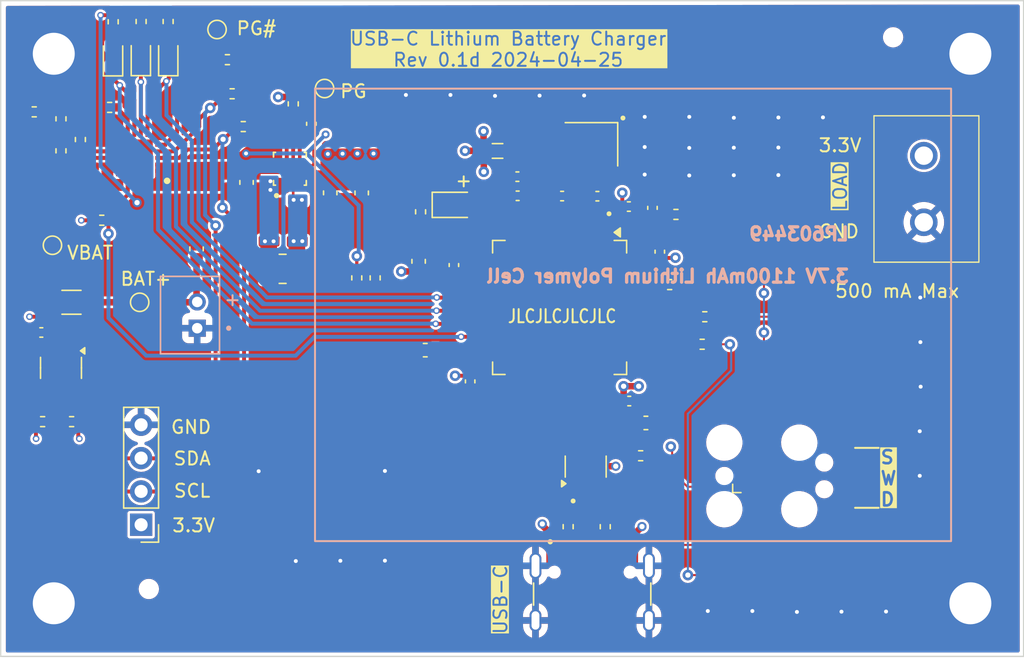
<source format=kicad_pcb>
(kicad_pcb (version 20221018) (generator pcbnew)
  (title_block (date "2024-04-25") (rev "0.1d"))
  (layers (0 "F.Cu" signal) (1 "In1.Cu" mixed) (2 "In2.Cu" mixed) (31 "B.Cu" signal) (34 "B.Paste" user) (35 "F.Paste" user) (36 "B.SilkS" user "B.Silkscreen") (37 "F.SilkS" user "F.Silkscreen") (38 "B.Mask" user) (39 "F.Mask" user) (44 "Edge.Cuts" user))
  (net 0 "")
  (net 1 "VSUPPLY")
  (net 2 "BC_SEL")
  (net 3 "BC_PROG2")
  (net 4 "BC_TE")
  (net 5 "GND")
  (net 6 "BC_PROG3")
  (net 7 "BC_PROG1")
  (net 8 "VBAT")
  (net 9 "BC_CE")
  (net 10 "VBUS")
  (net 11 "NRST")
  (net 12 "Net-(U3-VCAP_1)")
  (net 13 "Net-(U3-VCAP_2)")
  (net 14 "+3V3")
  (net 15 "HSE_IN")
  (net 16 "HSE_OUT")
  (net 17 "+3.3VA")
  (net 18 "Net-(D1-K)")
  (net 19 "Net-(D4-A)")
  (net 20 "STATUS_LED")
  (net 21 "Net-(D2-A)")
  (net 22 "Net-(D3-A)")
  (net 25 "/SWDIO_IO")
  (net 26 "/SWCLK_IO")
  (net 27 "/SWO_IO")
  (net 30 "USB_CC1")
  (net 31 "USB_D+")
  (net 32 "USB_D-")
  (net 33 "/NRST_IO")
  (net 34 "USB_CC2")
  (net 35 "SWDIO")
  (net 36 "SWCLK")
  (net 37 "SWO")
  (net 38 "BOOT0")
  (net 49 "unconnected-(U3-PC4-Pad24)")
  (net 59 "BM_SDA")
  (net 60 "BM_SCL")
  (net 73 "USB_CONN_D+")
  (net 74 "USB_CONN_D-")
  (net 75 "/BC_PG#")
  (net 76 "/BC_STAT_2")
  (net 77 "/BC_STAT_1")
  (net 78 "Net-(BT1-THERM)")
  (net 79 "/HR_PG")
  (net 80 "/HR_SS")
  (net 81 "/HR_L1")
  (net 82 "/HR_L2")
  (net 83 "VBAT_CN")
  (net 84 "/SUPPLY_MON")
  (net 85 "Net-(R28-Pad1)")
  (net 86 "Net-(R28-Pad2)")
  (footprint "Resistor_SMD:R_0402_1005Metric" (layer "F.Cu") (at 152.01 99.65 180)
    (fp_text reference "R17" hide)
    (fp_text value "10k" hide)
  )
  (footprint "Inductor_SMD:L_0805_2012Metric" (layer "F.Cu") (at 138.8875 89.46)
    (fp_text reference "FB1" hide)
    (fp_text value "600Ω@100MHz" hide)
  )
  (footprint "Capacitor_SMD:C_0603_1608Metric" (layer "F.Cu") (at 150.2 110.2)
    (fp_text reference "C17" hide)
    (fp_text value "2u2" hide)
  )
  (footprint "Capacitor_SMD:C_0603_1608Metric" (layer "F.Cu") (at 133.375 104.65 180)
    (fp_text reference "C16" hide)
    (fp_text value "2u2" hide)
  )
  (footprint "Resistor_SMD:R_0402_1005Metric" (layer "F.Cu") (at 103.56 86.48 180)
    (fp_text reference "R29" hide)
    (fp_text value "330" hide)
  )
  (footprint "Package_TO_SOT_SMD:SOT-23-8" (layer "F.Cu") (at 105.6 106 -90)
    (fp_text reference "U4" hide)
    (fp_text value "INA219AIDCNR" hide)
  )
  (footprint "Crystal:Crystal_SMD_3225-4Pin_3.2x2.5mm" (layer "F.Cu") (at 146.05 88.95 180)
    (fp_text reference "Y1" hide)
    (fp_text value "16MHz" hide)
  )
  (footprint "Capacitor_SMD:C_0402_1005Metric" (layer "F.Cu") (at 140.4 91.42)
    (fp_text reference "C14" hide)
    (fp_text value "1u" hide)
  )
  (footprint "Resistor_SMD:R_0402_1005Metric" (layer "F.Cu") (at 144.272 118.108 90)
    (fp_text reference "R1" hide)
    (fp_text value "5.1k 1%" hide)
  )
  (footprint "Capacitor_SMD:C_0402_1005Metric" (layer "F.Cu") (at 151.26 97.14 90)
    (fp_text reference "C9" hide)
    (fp_text value "100n" hide)
  )
  (footprint "Resistor_SMD:R_0402_1005Metric" (layer "F.Cu") (at 108.71 94.742 180)
    (fp_text reference "R8" hide)
    (fp_text value "10k" hide)
  )
  (footprint "MountingHole:MountingHole_3.2mm_M3_DIN965_Pad_TopBottom" (layer "F.Cu") (at 174.94 123.95)
    (fp_text reference "H6" hide)
    (fp_text value "MountingHole_Pad" hide)
  )
  (footprint "LED_SMD:LED_0603_1608Metric" (layer "F.Cu") (at 113.78 82.24 90)
    (fp_text reference "D2" hide)
    (fp_text value "RED" hide)
  )
  (footprint "Capacitor_SMD:C_0402_1005Metric" (layer "F.Cu") (at 136.8 107.03 -90)
    (fp_text reference "C6" hide)
    (fp_text value "100n" hide)
  )
  (footprint "Capacitor_SMD:C_0402_1005Metric" (layer "F.Cu") (at 143.81 92.9 180)
    (fp_text reference "C13" hide)
    (fp_text value "12p" hide)
  )
  (footprint "Resistor_SMD:R_0402_1005Metric" (layer "F.Cu") (at 105.6 89.45 90)
    (fp_text reference "R9" hide)
    (fp_text value "1k" hide)
  )
  (footprint "LED_SMD:LED_0805_2012Metric" (layer "F.Cu") (at 135.59 93.57)
    (fp_text reference "D1" hide)
    (fp_text value "Emerald" hide)
  )
  (footprint "Capacitor_SMD:C_0603_1608Metric" (layer "F.Cu") (at 132.87 97.875 90)
    (fp_text reference "C5" hide)
    (fp_text value "4u7" hide)
  )
  (footprint "Capacitor_SMD:C_0402_1005Metric" (layer "F.Cu") (at 140.42 92.88)
    (fp_text reference "C15" hide)
    (fp_text value "10n" hide)
  )
  (footprint "TestPoint:TestPoint_Pad_D1.0mm" (layer "F.Cu") (at 104.95 96.65)
    (fp_text reference "TP1" hide)
    (fp_text value "VBAT" hide)
  )
  (footprint "TMX:JLC Tooling Hole" (layer "F.Cu") (at 169.05 83.333)
    (fp_text reference "H4" hide)
    (fp_text value "Tooling Hole" hide)
  )
  (footprint "TMX:QFN50P250X250X100-12N" (layer "F.Cu") (at 123.055 90.82 90)
    (fp_text reference "U2" hide)
    (fp_text value "TPS63051RMWR" hide)
  )
  (footprint "TMX:1760510000" (layer "F.Cu") (at 171.39 94.9 90)
    (fp_text reference "J4")
    (fp_text value "Load" hide)
  )
  (footprint "Resistor_SMD:R_0402_1005Metric" (layer "F.Cu") (at 133.02 94.1 90)
    (fp_text reference "R16" hide)
    (fp_text value "1k" hide)
  )
  (footprint "MountingHole:MountingHole_3.2mm_M3_DIN965_Pad_TopBottom" (layer "F.Cu") (at 174.94 82.05)
    (fp_text reference "H2" hide)
    (fp_text value "MountingHole_Pad" hide)
  )
  (footprint "TMX:JLC Tooling Hole" (layer "F.Cu") (at 112.298 125.4)
    (fp_text reference "H1" hide)
    (fp_text value "Tooling Hole" hide)
  )
  (footprint "Capacitor_SMD:C_0603_1608Metric" (layer "F.Cu") (at 119.75 91.86 -90)
    (fp_text reference "C1" hide)
    (fp_text value "10u" hide)
  )
  (footprint "TestPoint:TestPoint_Pad_D1.0mm" (layer "F.Cu") (at 111.6 101)
    (fp_text reference "TP2" hide)
    (fp_text value "VBAT_CN" hide)
  )
  (footprint "Resistor_SMD:R_0402_1005Metric" (layer "F.Cu") (at 104.2 110.1)
    (fp_text reference "R22" hide)
    (fp_text value "3.3k" hide)
  )
  (footprint "Package_QFP:LQFP-64_10x10mm_P0.5mm" (layer "F.Cu") (at 143.62 101.395 -90)
    (fp_text reference "U3" hide)
    (fp_text value "STM32F405RGT6" hide)
  )
  (footprint "LED_SMD:LED_0603_1608Metric" (layer "F.Cu") (at 109.57 82.2525 90)
    (fp_text reference "D4" hide)
    (fp_text value "RED" hide)
  )
  (footprint "Resistor_SMD:R_0402_1005Metric" (layer "F.Cu") (at 129.555 99.14 90)
    (fp_text reference "R24" hide)
    (fp_text value "20k" hide)
  )
  (footprint "MountingHole:MountingHole_3.2mm_M3_DIN965_Pad_TopBottom" (layer "F.Cu") (at 105.05 82.05)
    (fp_text reference "H5" hide)
    (fp_text value "MountingHole_Pad" hide)
  )
  (footprint "Package_TO_SOT_SMD:SOT-23-6" (layer "F.Cu") (at 145.61 113.528749 90)
    (fp_text reference "U1" hide)
    (fp_text value "USBLC6-2SC6" hide)
  )
  (footprint "TestPoint:TestPoint_Pad_D1.0mm" (layer "F.Cu") (at 117.5 80.2)
    (fp_text reference "TP4" hide)
    (fp_text value "BC_PG" hide)
  )
  (footprint "Resistor_SMD:R_0402_1005Metric" (layer "F.Cu") (at 119.5 87.6)
    (fp_text reference "R14" hide)
    (fp_text value "10k" hide)
  )
  (footprint "Capacitor_SMD:C_0402_1005Metric" (layer "F.Cu") (at 124.69 87.39 -90)
    (fp_text reference "C4" hide)
    (fp_text value "1.3nF" hide)
  )
  (footprint "MountingHole:MountingHole_3.2mm_M3_DIN965_Pad_TopBottom" (layer "F.Cu") (at 105.05 123.95)
    (fp_text reference "H3" hide)
    (fp_text value "MountingHole_Pad" hide)
  )
  (footprint "Connector_PinHeader_2.54mm:PinHeader_1x04_P2.54mm_Vertical" (layer "F.Cu") (at 111.71 117.96 180)
    (fp_text reference "J5")
    (fp_text value "Conn_01x04")
  )
  (footprint "Resistor_SMD:R_0402_1005Metric" (layer "F.Cu") (at 106.41 110.1 180)
    (fp_text reference "R18" hide)
    (fp_text value "3.3k" hide)
  )
  (footprint "Resistor_SMD:R_0402_1005Metric" (layer "F.Cu") (at 154.69 102.1)
    (fp_text reference "R6" hide)
    (fp_text value "22" hide)
  )
  (footprint "Resistor_SMD:R_0402_1005Metric" (layer "F.Cu") (at 118.65 85.1)
    (fp_text reference "R10" hide)
    (fp_text value "10k" hide)
  )
  (footprint "TestPoint:TestPoint_Pad_D1.0mm" (layer "F.Cu") (at 125.7 84.7)
    (fp_text reference "TP3" hide)
    (fp_text value "HR_PG" hide)
  )
  (footprint "Capacitor_SMD:C_0402_1005Metric" (layer "F.Cu") (at 148.9 93.7)
    (fp_text reference "C8" hide)
    (fp_text value "100n" hide)
  )
  (footprint "Resistor_SMD:R_0402_1005Metric" (layer "F.Cu") (at 123.31 85.87 -90)
    (fp_text reference "R2" hide)
    (fp_text value "100k" hide)
  )
  (footprint "TMX:QFN50P400X400X100-21M-D" (layer "F.Cu") (at 111.19 89.99 180)
    (fp_text reference "BT1" hide)
    (fp_text value "MCP73871T-2CCI/ML" hide)
  )
  (footprint "Resistor_SMD:R_0402_1005Metric" (layer "F.Cu") (at 109.58 79.61 90)
    (fp_text reference "R21" hide)
    (fp_text value "1k" hide)
  )
  (footprint "Resistor_SMD:R_0402_1005Metric" (layer "F.Cu") (at 118.29 82.5)
    (fp_text reference "R11" hide)
    (fp_text value "10k" hide)
  )
  (footprint "TMX:HRO_TYPE-C-31-M-12" (layer "F.Cu") (at 146.105 125.26)
    (fp_text reference "J1" hide)
    (fp_text value "TYPE-C-31-M-12" hide)
  )
  (footprint "Capacitor_SMD:C_0402_1005Metric" (layer "F.Cu") (at 146.5 92.91)
    (fp_text reference "C12" hide)
    (fp_text value "12p" hide)
  )
  (footprint "Resistor_SMD:R_1206_3216Metric" (layer "F.Cu") (at 106.4 101 180)
    (fp_text reference "R12" hide)
    (fp_text value "100m" hide)
  )
  (footprint "Resistor_SMD:R_0402_1005Metric" (layer "F.Cu") (at 105.6 87.01 90)
    (fp_text reference "R28" hide)
    (fp_text value "510" hide)
  )
  (footprint "Resistor_SMD:R_0402_1005Metric" (layer "F.Cu") (at 113.77 79.59 90)
    (fp_text reference "R19" hide)
    (fp_text value "1k" hide)
  )
  (footprint "Resistor_SMD:R_0402_1005Metric" (layer "F.Cu") (at 147.1 118.11 90)
    (fp_text reference "R3" hide)
    (fp_text value "5.1k 1%" hide)
  )
  (footprint "Resistor_SMD:R_0402_1005Metric" (layer "F.Cu") (at 154.49 104.2)
    (fp_text reference "R5" hide)
    (fp_text value "22" hide)
  )
  (footprint "Resistor_SMD:R_0402_1005Metric" (layer "F.Cu") (at 107.08 88.59 90)
    (fp_text reference "R13" hide)
    (fp_text value "47k" hide)
  )
  (footprint "Resistor_SMD:R_0402_1005Metric" (layer "F.Cu") (at 149.8 112.7)
    (fp_text reference "R4" hide)
    (fp_text value "22" hide)
  )
  (footprint "Capacitor_SMD:C_0402_1005Metric" (layer "F.Cu") (at 135.56 98.16 90)
    (fp_text reference "C10" hide)
    (fp_text value "100n" hide)
  )
  (footprint "Inductor_SMD:L_1008_2520Metric" (layer "F.Cu") (at 122.5 98.45)
    (fp_text reference "L1" hide)
    (fp_text value "1.5uH" hide)
  )
  (footprint "Capacitor_SMD:C_0402_1005Metric" (layer "F.Cu") (at 150.7 93.8 90)
    (fp_text reference "C11" hide)
    (fp_text value "100n" hide)
  )
  (footprint "Capacitor_SMD:C_0603_1608Metric" (layer "F.Cu") (at 115.9375 96.925 90)
    (fp_text reference "C18" hide)
    (fp_text value "4u7" hide)
  )
  (footprint "Capacitor_SMD:C_0603_1608Metric" (layer "F.Cu") (at 126.13 92.655 -90)
    (fp_text reference "C2" hide)
    (fp_text value "10u" hide)
  )
  (footprint "Connector:Tag-Connect_TC2050-IDC-FP_2x05_P1.27mm_Vertical" (layer "F.Cu") (at 159.99 114.24)
    (fp_text reference "J2" hide)
    (fp_text value "TC2050-IDC-FP" hide)
  )
  (footprint "Resistor_SMD:R_0402_1005Metric" (layer "F.Cu") (at 111.71 79.59 90)
    (fp_text reference "R20" hide)
    (fp_text value "1k" hide)
  )
  (footprint "LED_SMD:LED_0603_1608Metric" (layer "F.Cu") (at 111.69 82.2325 90)
    (fp_text reference "D3" hide)
    (fp_text value "RED" hide)
  )
  (footprint "Capacitor_SMD:C_0603_1608Metric" (layer "F.Cu") (at 128.53 92.66 -90)
    (fp_text reference "C3" hide)
    (fp_text value "10u" hide)
  )
  (footprint "Resistor_SMD:R_0402_1005Metric" (layer "F.Cu") (at 128.155 99.14 -90)
    (fp_text reference "R23" hide)
    (fp_text value "10k" hide)
  )
  (footprint "Resistor_SMD:R_0402_1005Metric" (layer "F.Cu") (at 152.49 94.3)
    (fp_text reference "R7" hide)
    (fp_text value "22" hide)
  )
  (footprint "Capacitor_SMD:C_0402_1005Metric" (layer "F.Cu") (at 104.1 103.3)
    (fp_text reference "C19" hide)
    (fp_text value "100n" hide)
  )
  (footprint "Capacitor_SMD:C_0402_1005Metric" (layer "F.Cu") (at 148.93 108.53)
    (fp_text reference "C7" hide)
    (fp_text value "100n" hide)
  )
  (footprint "Resistor_SMD:R_0402_1005Metric" (layer "F.Cu") (at 109.31 86.14 180)
    (fp_text reference "R15" hide)
    (fp_text value "10k" hide)
  )
  (footprint "TMX:JST_B2B-PH-K-S_LF__SN_" (layer "B.Cu") (at 115.4375 101.975 -90)
    (fp_text reference "J3" hide)
    (fp_text value "B2B-PH-K-S_LF__SN_" hide)
  )
  (gr_rect (start 124.97 84.71) (end 173.47 119.21) (stroke (width 0.15)) (fill none) (layer "B.SilkS"))
  (gr_line (start 167.94 116.67) (end 166.15 116.67) (stroke (width 0.15)) (layer "F.SilkS"))
  (gr_circle (center 148.45 86.95) (end 148.560711 86.95) (stroke (width 0.15)) (fill solid) (layer "F.SilkS"))
  (gr_line (start 167.94 112.1) (end 166.15 112.1) (stroke (width 0.15)) (layer "F.SilkS"))
  (gr_circle (center 144.65 116.15) (end 144.760711 116.15) (stroke (width 0.15)) (fill solid) (layer "F.SilkS"))
  (gr_circle (center 147.389289 94.25) (end 147.5 94.25) (stroke (width 0.15)) (fill solid) (layer "F.SilkS"))
  (gr_rect (start 101 78) (end 179 128) (stroke (width 0.1)) (fill none) (layer "Edge.Cuts"))
  (gr_text "LP603449\n\n3.7V 1100mAh Lithium Polymer Cell" (at 165.8 99.6) (layer "B.SilkS") (effects (font (size 1 1) (thickness 0.25) bold) (justify left bottom mirror)))
  (gr_text "+" (at 119.4 101.35) (layer "B.SilkS") (effects (font (size 1 1)) (justify left bottom mirror)))
  (gr_text "PG" (at 126.8 85.5) (layer "F.SilkS") (effects (font (size 1 1)) (justify left bottom)))
  (gr_text "VBAT" (at 105.98 97.81) (layer "F.SilkS") (effects (font (size 1 1)) (justify left bottom)))
  (gr_text "BAT+" (at 110.05 99.8) (layer "F.SilkS") (effects (font (size 1 1)) (justify left bottom)))
  (gr_text "+" (at 135.59 92.29) (layer "F.SilkS") (effects (font (size 1 1)) (justify left bottom)))
  (gr_text "PG#" (at 118.9 80.7) (layer "F.SilkS") (effects (font (size 1 1)) (justify left bottom)))
  (gr_text "SCL" (at 114.12 115.96) (layer "F.SilkS") (effects (font (size 1 1)) (justify left bottom)))
  (gr_text "JLCJLCJLCJLC" (at 139.6 102.65) (layer "F.SilkS") (effects (font (size 1 0.8)) (justify left bottom)))
  (gr_text "USB-C Lithium Battery Charger\nRev ${REVISION} ${ISSUE_DATE}" (at 139.7 83.1) (layer "F.SilkS" knockout) (effects (font (size 1 1)) (justify bottom)))
  (gr_text " \nS\nW\nD\n \n\n" (at 167.995 115.23) (layer "F.SilkS" knockout) (effects (font (size 1 1) (thickness 0.2) bold) (justify left)))
  (gr_text "SDA" (at 114.1 113.5) (layer "F.SilkS") (effects (font (size 1 1)) (justify left bottom)))
  (gr_text "3.3V" (at 163.29 89.62) (layer "F.SilkS") (effects (font (size 1 1)) (justify left bottom)))
  (gr_text "USB-C" (at 139.7 126.4 90) (layer "F.SilkS" knockout) (effects (font (size 1 1)) (justify left bottom)))
  (gr_text "500 mA Max\n" (at 164.54 100.73) (layer "F.SilkS") (effects (font (size 1 1)) (justify left bottom)))
  (gr_text "GND" (at 163.29 96.18) (layer "F.SilkS") (effects (font (size 1 1)) (justify left bottom)))
  (gr_text "LOAD" (at 165.6 94.13 90) (layer "F.SilkS" knockout) (effects (font (size 1 1)) (justify left bottom)))
  (gr_text "GND" (at 113.9 111.1) (layer "F.SilkS") (effects (font (size 1 1)) (justify left bottom)))
  (gr_text "3.3V" (at 114 118.6) (layer "F.SilkS") (effects (font (size 1 1)) (justify left bottom)))
  (segment (start 124.24 90.57) (end 124.79 90.57) (width 0.2) (layer "F.Cu") (net 1))
  (segment (start 124.86 89.11) (end 125.77 88.2) (width 0.2) (layer "F.Cu") (net 1))
  (segment (start 128.155 98.63) (end 128.155 97.485) (width 0.25) (layer "F.Cu") (net 1))
  (segment (start 124.79 90.57) (end 124.86 90.5) (width 0.2) (layer "F.Cu") (net 1))
  (segment (start 128.155 97.485) (end 128.16 97.48) (width 0.25) (layer "F.Cu") (net 1))
  (segment (start 125.78 88.19) (end 125.75 88.22) (width 0.2) (layer "F.Cu") (net 1))
  (segment (start 125.77 88.2) (end 125.78 88.2) (width 0.2) (layer "F.Cu") (net 1))
  (segment (start 124.86 90.5) (end 124.86 89.11) (width 0.2) (layer "F.Cu") (net 1))
  (segment (start 125.78 88.2) (end 125.78 88.19) (width 0.2) (layer "F.Cu") (net 1))
  (via (at 128.16 97.48) (size 0.8) (drill 0.4) (layers "F.Cu" "B.Cu") (net 1))
  (via (at 125.78 88.2) (size 0.6) (drill 0.3) (layers "F.Cu" "B.Cu") (net 1))
  (via (at 119.71 89.65) (size 0.6) (drill 0.3) (layers "F.Cu" "B.Cu") (net 1))
  (segment (start 128.3 93.62) (end 124.33 89.65) (width 0.3) (layer "B.Cu") (net 1))
  (segment (start 124.33 89.65) (end 125.78 88.2) (width 0.3) (layer "B.Cu") (net 1))
  (segment (start 128.3 93.62) (end 128.3 97.34) (width 0.3) (layer "B.Cu") (net 1))
  (segment (start 119.71 89.65) (end 124.33 89.65) (width 0.3) (layer "B.Cu") (net 1))
  (segment (start 128.3 97.34) (end 128.16 97.48) (width 0.3) (layer "B.Cu") (net 1))
  (segment (start 119.69 89.65) (end 119.71 89.65) (width 0.3) (layer "B.Cu") (net 1))
  (segment (start 139.87 107.96) (end 138.05 109.78) (width 0.3) (layer "F.Cu") (net 2))
  (segment (start 118.01 88.52) (end 117.96 88.57) (width 0.3) (layer "F.Cu") (net 2))
  (segment (start 115.25 89.35) (end 117.18 89.35) (width 0.3) (layer "F.Cu") (net 2))
  (segment (start 118.02 88.57) (end 118.99 87.6) (width 0.3) (layer "F.Cu") (net 2))
  (segment (start 139.87 107.07) (end 139.87 107.96) (width 0.3) (layer "F.Cu") (net 2))
  (segment (start 119.56 95.43) (end 117.91 93.78) (width 0.3) (layer "F.Cu") (net 2))
  (segment (start 117.96 88.57) (end 118.02 88.57) (width 0.3) (layer "F.Cu") (net 2))
  (segment (start 121.91 109.78) (end 119.56 107.43) (width 0.3) (layer "F.Cu") (net 2))
  (segment (start 119.56 107.43) (end 119.56 95.43) (width 0.3) (layer "F.Cu") (net 2))
  (segment (start 117.18 89.35) (end 117.96 88.57) (width 0.3) (layer "F.Cu") (net 2))
  (segment (start 114.61 89.99) (end 115.25 89.35) (width 0.3) (layer "F.Cu") (net 2))
  (segment (start 138.05 109.78) (end 121.91 109.78) (width 0.3) (layer "F.Cu") (net 2))
  (segment (start 113.24 89.99) (end 114.61 89.99) (width 0.3) (layer "F.Cu") (net 2))
  (via (at 117.96 88.57) (size 0.8) (drill 0.4) (layers "F.Cu" "B.Cu") (net 2))
  (via (at 117.91 93.78) (size 0.8) (drill 0.4) (layers "F.Cu" "B.Cu") (net 2))
  (segment (start 117.91 93.78) (end 117.91 88.57) (width 0.3) (layer "B.Cu") (net 2))
  (segment (start 140.87 107.07) (end 140.87 108.3) (width 0.3) (layer "F.Cu") (net 3))
  (segment (start 120.4 111.47) (end 117.39 108.46) (width 0.3) (layer "F.Cu") (net 3))
  (segment (start 116.14 87.02) (end 116.98 86.18) (width 0.3) (layer "F.Cu") (net 3))
  (segment (start 113.24 89.49) (end 114.25 89.49) (width 0.3) (layer "F.Cu") (net 3))
  (segment (start 117.39 108.46) (end 117.39 95.15) (width 0.3) (layer "F.Cu") (net 3))
  (segment (start 117.06 86.18) (end 118.14 85.1) (width 0.3) (layer "F.Cu") (net 3))
  (segment (start 140.87 108.3) (end 137.7 111.47) (width 0.3) (layer "F.Cu") (net 3))
  (segment (start 137.7 111.47) (end 121.28 111.47) (width 0.3) (layer "F.Cu") (net 3))
  (segment (start 116.14 87.6) (end 116.14 87.02) (width 0.3) (layer "F.Cu") (net 3))
  (segment (start 116.98 86.18) (end 117.06 86.18) (width 0.3) (layer "F.Cu") (net 3))
  (segment (start 114.25 89.49) (end 116.14 87.6) (width 0.3) (layer "F.Cu") (net 3))
  (segment (start 121.28 111.47) (end 120.4 111.47) (width 0.3) (layer "F.Cu") (net 3))
  (via (at 117.39 95.15) (size 0.8) (drill 0.4) (layers "F.Cu" "B.Cu") (net 3))
  (via (at 116.98 86.18) (size 0.8) (drill 0.4) (layers "F.Cu" "B.Cu") (net 3))
  (segment (start 116.59 94.35) (end 116.59 86.57) (width 0.3) (layer "B.Cu") (net 3))
  (segment (start 116.59 86.57) (end 116.98 86.18) (width 0.3) (layer "B.Cu") (net 3))
  (segment (start 117.39 95.15) (end 116.59 94.35) (width 0.3) (layer "B.Cu") (net 3))
  (segment (start 110.69 87.94) (end 110.69 87.01) (width 0.3) (layer "F.Cu") (net 4))
  (segment (start 110.69 87.01) (end 109.82 86.14) (width 0.3) (layer "F.Cu") (net 4))
  (via (at 130.3 113.86) (size 0.5) (drill 0.3) (layers "F.Cu" "B.Cu") (net 5))
  (via (at 171.15 107.435) (size 0.5) (drill 0.3) (layers "F.Cu" "B.Cu") (net 5))
  (via (at 150.1075 91.26) (size 0.5) (drill 0.3) (layers "F.Cu" "B.Cu") (net 5))
  (via (at 120.6725 113.88) (size 0.5) (drill 0.3) (layers "F.Cu" "B.Cu") (net 5))
  (via (at 153.505 89.23) (size 0.5) (drill 0.3) (layers "F.Cu" "B.Cu") (net 5))
  (via (at 131.9 85.19) (size 0.5) (drill 0.3) (layers "F.Cu" "B.Cu") (net 5))
  (via (at 138.695 85.26) (size 0.5) (drill 0.3) (layers "F.Cu" "B.Cu") (net 5))
  (via (at 145.49 85.23) (size 0.5) (drill 0.3) (layers "F.Cu" "B.Cu") (net 5))
  (via (at 150.11 86.86) (size 0.5) (drill 0.3) (layers "F.Cu" "B.Cu") (net 5))
  (via (at 153.505 91.33) (size 0.5) (drill 0.3) (layers "F.Cu" "B.Cu") (net 5))
  (via (at 153.5075 86.86) (size 0.5) (drill 0.3) (layers "F.Cu" "B.Cu") (net 5))
  (via (at 158.3175 124.54) (size 0.5) (drill 0.3) (layers "F.Cu" "B.Cu") (net 5))
  (via (at 163.7 86.9) (size 0.5) (drill 0.3) (layers "F.Cu" "B.Cu") (net 5))
  (via (at 156.9025 91.31) (size 0.5) (drill 0.3) (layers "F.Cu" "B.Cu") (net 5))
  (via (at 171.13 104.0375) (size 0.5) (drill 0.3) (layers "F.Cu" "B.Cu") (net 5))
  (via (at 123.505 120.73) (size 0.5) (drill 0.3) (layers "F.Cu" "B.Cu") (net 5))
  (via (at 156.9025 89.21) (size 0.5) (drill 0.3) (layers "F.Cu" "B.Cu") (net 5))
  (via (at 156.905 86.93) (size 0.5) (drill 0.3) (layers "F.Cu" "B.Cu") (net 5))
  (via (at 150.1075 89.16) (size 0.5) (drill 0.3) (layers "F.Cu" "B.Cu") (net 5))
  (via (at 154.92 124.54) (size 0.5) (drill 0.3) (layers "F.Cu" "B.Cu") (net 5))
  (via (at 160.3025 86.91) (size 0.5) (drill 0.3) (layers "F.Cu" "B.Cu") (net 5))
  (via (at 161.715 124.61) (size 0.5) (drill 0.3) (layers "F.Cu" "B.Cu") (net 5))
  (via (at 126.9025 120.71) (size 0.5) (drill 0.3) (layers "F.Cu" "B.Cu") (net 5))
  (via (at 171.08 110.8325) (size 0.5) (drill 0.3) (layers "F.Cu" "B.Cu") (net 5))
  (via (at 171.08 114.23) (size 0.5) (drill 0.3) (layers "F.Cu" "B.Cu") (net 5))
  (via (at 168.51 124.58) (size 0.5) (drill 0.3) (layers "F.Cu" "B.Cu") (net 5))
  (via (at 171.12 100.64) (size 0.5) (drill 0.3) (layers "F.Cu" "B.Cu") (net 5))
  (via (at 130.3 120.7) (size 0.5) (drill 0.3) (layers "F.Cu" "B.Cu") (net 5))
  (via (at 165.1125 124.59) (size 0.5) (drill 0.3) (layers "F.Cu" "B.Cu") (net 5))
  (via (at 135.2975 85.19) (size 0.5) (drill 0.3) (layers "F.Cu" "B.Cu") (net 5))
  (via (at 160.3 89.2) (size 0.5) (drill 0.3) (layers "F.Cu" "B.Cu") (net 5))
  (via (at 160.3 91.3) (size 0.5) (drill 0.3) (layers "F.Cu" "B.Cu") (net 5))
  (via (at 142.0925 85.24) (size 0.5) (drill 0.3) (layers "F.Cu" "B.Cu") (net 5))
  (segment (start 107.08 89.1) (end 107.47 89.49) (width 0.3) (layer "F.Cu") (net 6))
  (segment (start 107.47 89.49) (end 109.14 89.49) (width 0.3) (layer "F.Cu") (net 6))
  (segment (start 105.6 89.96) (end 105.63 89.99) (width 0.3) (layer "F.Cu") (net 7))
  (segment (start 105.63 89.99) (end 109.14 89.99) (width 0.3) (layer "F.Cu") (net 7))
  (segment (start 104.9375 101) (end 104.9375 92.9625) (width 0.5) (layer "F.Cu") (net 8))
  (segment (start 104.9375 101) (end 105.725 101) (width 0.15) (layer "F.Cu") (net 8))
  (segment (start 106.85 92.05) (end 106.8 92) (width 0.3) (layer "F.Cu") (net 8))
  (segment (start 104.9375 92.9625) (end 105.85 92.05) (width 0.5) (layer "F.Cu") (net 8))
  (segment (start 110.19 92.04) (end 110.19 92.31) (width 0.3) (layer "F.Cu") (net 8))
  (segment (start 105.85 92.05) (end 106.85 92.05) (width 0.5) (layer "F.Cu") (net 8))
  (segment (start 105.925 101.2) (end 105.925 104.8625) (width 0.15) (layer "F.Cu") (net 8))
  (segment (start 105.725 101) (end 105.925 101.2) (width 0.15) (layer "F.Cu") (net 8))
  (segment (start 137.93 103.63) (end 137.945 103.645) (width 0.3) (layer "F.Cu") (net 9))
  (segment (start 109.22 94.742) (end 109.22 95.77) (width 0.3) (layer "F.Cu") (net 9))
  (segment (start 110.69 92.8) (end 109.22 94.27) (width 0.3) (layer "F.Cu") (net 9))
  (segment (start 109.22 94.27) (end 109.22 94.742) (width 0.3) (layer "F.Cu") (net 9))
  (segment (start 136.11 103.63) (end 137.93 103.63) (width 0.3) (layer "F.Cu") (net 9))
  (segment (start 110.69 92.04) (end 110.69 92.8) (width 0.3) (layer "F.Cu") (net 9))
  (via (at 136.11 103.63) (size 0.5) (drill 0.3) (layers "F.Cu" "B.Cu") (net 9))
  (via (at 109.22 95.77) (size 0.8) (drill 0.4) (layers "F.Cu" "B.Cu") (net 9))
  (segment (start 112.1 105.07) (end 123.49 105.07) (width 0.3) (layer "B.Cu") (net 9))
  (segment (start 109.22 102.19) (end 112.1 105.07) (width 0.3) (layer "B.Cu") (net 9))
  (segment (start 124.92 103.64) (end 124.97 103.64) (width 0.3) (layer "B.Cu") (net 9))
  (segment (start 135.86 103.64) (end 136.11 103.63) (width 0.3) (layer "B.Cu") (net 9))
  (segment (start 109.22 95.77) (end 109.22 102.19) (width 0.3) (layer "B.Cu") (net 9))
  (segment (start 123.49 105.07) (end 124.92 103.64) (width 0.3) (layer "B.Cu") (net 9))
  (segment (start 124.97 103.64) (end 135.86 103.64) (width 0.3) (layer "B.Cu") (net 9))
  (segment (start 124.91 103.64) (end 124.97 103.64) (width 0.3) (layer "B.Cu") (net 9))
  (segment (start 136.11 103.63) (end 135.88 103.64) (width 0.3) (layer "B.Cu") (net 9))
  (segment (start 135.88 103.64) (end 135.87 103.64) (width 0.3) (layer "B.Cu") (net 9))
  (segment (start 145.61 112.391249) (end 145.61 113.053748) (width 0.5) (layer "F.Cu") (net 10))
  (segment (start 146.056252 113.5) (end 145.61 113.053748) (width 0.5) (layer "F.Cu") (net 10))
  (segment (start 108.62 79.11) (end 109.57 79.11) (width 0.3) (layer "F.Cu") (net 10))
  (segment (start 149.9 118.1) (end 149.905 118.095) (width 0.5) (layer "F.Cu") (net 10))
  (segment (start 148.5 120.595) (end 148.5 119.5) (width 0.5) (layer "F.Cu") (net 10))
  (segment (start 109.57 79.1) (end 109.56 79.11) (width 0.3) (layer "F.Cu") (net 10))
  (segment (start 111.4 93.4) (end 111.29 93.4) (width 0.3) (layer "F.Cu") (net 10))
  (segment (start 109.58 79.1) (end 109.57 79.1) (width 0.3) (layer "F.Cu") (net 10))
  (segment (start 148.5 119.5) (end 149.9 118.1) (width 0.5) (layer "F.Cu") (net 10))
  (segment (start 109.59 79.1) (end 111.69 79.1) (width 0.3) (layer "F.Cu") (net 10))
  (segment (start 142.3 118.01) (end 142.3 118) (width 0.5) (layer "F.Cu") (net 10))
  (segment (start 143.705 120.51) (end 143.705 119.415) (width 0.5) (layer "F.Cu") (net 10))
  (segment (start 147.8 113.5) (end 147.9 113.5) (width 0.5) (layer "F.Cu") (net 10))
  (segment (start 111.29 93.4) (end 111.29 93.4) (width 0.3) (layer "F.Cu") (net 10))
  (segment (start 142.3 118) (end 142.29 118) (width 0.5) (layer "F.Cu") (net 10))
  (segment (start 109.57 79.11) (end 109.58 79.1) (width 0.3) (layer "F.Cu") (net 10))
  (segment (start 143.705 119.415) (end 142.3 118.01) (width 0.5) (layer "F.Cu") (net 10))
  (segment (start 109.56 79.11) (end 109.59 79.1) (width 0.3) (layer "F.Cu") (net 10))
  (segment (start 111.71 79.08) (end 113.77 79.08) (width 0.3) (layer "F.Cu") (net 10))
  (segment (start 147.9 113.5) (end 146.056252 113.5) (width 0.5) (layer "F.Cu") (net 10))
  (segment (start 111.69 79.1) (end 111.71 79.08) (width 0.3) (layer "F.Cu") (net 10))
  (segment (start 111.4 93.29) (end 111.4 93.4) (width 0.3) (layer "F.Cu") (net 10))
  (segment (start 142.29 118) (end 142.3 118.01) (width 0.5) (layer "F.Cu") (net 10))
  (via (at 108.62 79.11) (size 0.5) (drill 0.3) (layers "F.Cu" "B.Cu") (net 10))
  (via (at 147.9 113.5) (size 0.7) (drill 0.4) (layers "F.Cu" "B.Cu") (net 10))
  (via (at 111.4 93.4) (size 0.7) (drill 0.4) (layers "F.Cu" "B.Cu") (net 10))
  (via (at 142.3 117.9) (size 0.7) (drill 0.4) (layers "F.Cu" "B.Cu") (net 10))
  (via (at 149.9 118.1) (size 0.7) (drill 0.4) (layers "F.Cu" "B.Cu") (net 10))
  (segment (start 111.4 93.4) (end 108.62 90.62) (width 0.3) (layer "B.Cu") (net 10))
  (segment (start 108.62 90.62) (end 108.62 79.11) (width 0.3) (layer "B.Cu") (net 10))
  (segment (start 150.7 94.28) (end 151.96 94.28) (width 0.3) (layer "F.Cu") (net 11))
  (segment (start 144.37 95.72) (end 144.37 97.12) (width 0.3) (layer "F.Cu") (net 11))
  (segment (start 144.75 97.5) (end 147.4 97.5) (width 0.3) (layer "F.Cu") (net 11))
  (segment (start 144.37 97.12) (end 144.75 97.5) (width 0.3) (layer "F.Cu") (net 11))
  (segment (start 151.96 94.28) (end 151.98 94.3) (width 0.3) (layer "F.Cu") (net 11))
  (segment (start 147.4 97.5) (end 150.6 94.3) (width 0.3) (layer "F.Cu") (net 11))
  (segment (start 134.15 104.63) (end 137.93 104.63) (width 0.3) (layer "F.Cu") (net 12))
  (segment (start 137.93 104.63) (end 137.945 104.645) (width 0.3) (layer "F.Cu") (net 12))
  (segment (start 146.87 109.035) (end 146.87 107.07) (width 0.3) (layer "F.Cu") (net 13))
  (segment (start 149.425 110.2) (end 148.035 110.2) (width 0.3) (layer "F.Cu") (net 13))
  (segment (start 148.035 110.2) (end 146.87 109.035) (width 0.3) (layer "F.Cu") (net 13))
  (segment (start 152.43 97.62) (end 152.45 97.6) (width 0.3) (layer "F.Cu") (net 14))
  (segment (start 104.625 104.8625) (end 104.625 103.345) (width 0.3) (layer "F.Cu") (net 14))
  (segment (start 135.55 98.65) (end 135.56 98.64) (width 0.5) (layer "F.Cu") (net 14))
  (segment (start 137.945 105.145) (end 139.245 105.145) (width 0.3) (layer "F.Cu") (net 14))
  (segment (start 147.37 108.22) (end 147.68 108.53) (width 0.3) (layer "F.Cu") (net 14))
  (segment (start 135.65 106.6) (end 136.75 106.6) (width 0.3) (layer "F.Cu") (net 14))
  (segment (start 148.47 108.53) (end 148.45 108.53) (width 0.3) (layer "F.Cu") (net 14))
  (segment (start 149.295 97.645) (end 151.235 97.645) (width 0.3) (layer "F.Cu") (net 14))
  (segment (start 137.82 87.96) (end 137.82 89.455) (width 0.5) (layer "F.Cu") (net 14))
  (segment (start 151.26 97.62) (end 152.43 97.62) (width 0.3) (layer "F.Cu") (net 14))
  (segment (start 152.2 113.9) (end 152.2 112.1) (width 0.154) (layer "F.Cu") (net 14))
  (segment (start 139.245 105.145) (end 139.45 105.35) (width 0.3) (layer "F.Cu") (net 14))
  (segment (start 153.3663 115.0663) (end 152.2 113.9) (width 0.154) (layer "F.Cu") (net 14))
  (segment (start 148.4 92.65) (end 148.4 93.68) (width 0.3) (layer "F.Cu") (net 14))
  (segment (start 148.55 108.55) (end 148.47 108.53) (width 0.3) (layer "F.Cu") (net 14))
  (segment (start 103.8 102.1) (end 104.58 102.88) (width 0.3) (layer "F.Cu") (net 14))
  (segment (start 103.8 102.1) (end 103.2 102.1) (width 0.3) (layer "F.Cu") (net 14))
  (segment (start 137.945 98.645) (end 135.565 98.645) (width 0.3) (layer "F.Cu") (net 14))
  (segment (start 148.43 108.53) (end 148.55 108.55) (width 0.3) (layer "F.Cu") (net 14))
  (segment (start 106.92 110.1) (end 106.92 111.32) (width 0.3) (layer "F.Cu") (net 14))
  (segment (start 107.15 94.75) (end 108.192 94.75) (width 0.3) (layer "F.Cu") (net 14))
  (segment (start 106.92 111.32) (end 107 111.4) (width 0.3) (layer "F.Cu") (net 14))
  (segment (start 104.58 102.88) (end 104.58 103.3) (width 0.3) (layer "F.Cu") (net 14))
  (segment (start 136.75 106.6) (end 136.8 106.55) (width 0.3) (layer "F.Cu") (net 14))
  (segment (start 137.82 89.455) (end 137.825 89.46) (width 0.5) (layer "F.Cu") (net 14))
  (segment (start 147.68 108.53) (end 148.43 108.53) (width 0.3) (layer "F.Cu") (net 14))
  (segment (start 131.55 98.65) (end 132.87 98.65) (width 0.5) (layer "F.Cu") (net 14))
  (segment (start 147.37 95.72) (end 147.37 94.48) (width 0.3) (layer "F.Cu") (net 14))
  (segment (start 139.45 105.35) (end 139.45 105.8) (width 0.3) (layer "F.Cu") (net 14))
  (segment (start 137.84 89.475) (end 137.825 89.46) (width 0.5) (layer "F.Cu") (net 14))
  (segment (start 151.235 97.645) (end 151.26 97.62) (width 0.3) (layer "F.Cu") (net 14))
  (segment (start 149.65 107.4) (end 148.5 107.4) (width 0.5) (layer "F.Cu") (net 14))
  (segment (start 147.37 94.48) (end 148.15 93.7) (width 0.3) (layer "F.Cu") (net 14))
  (segment (start 157.45 114.875) (end 157.2587 115.0663) (width 0.154) (layer "F.Cu") (net 14))
  (segment (start 148.4 93.68) (end 148.42 93.7) (width 0.3) (layer "F.Cu") (net 14))
  (segment (start 122.16 85.345) (end 123.295 85.345) (width 0.5) (layer "F.Cu") (net 14))
  (segment (start 147.37 107.07) (end 147.37 108.22) (width 0.3) (layer "F.Cu") (net 14))
  (segment (start 137.84 91.05) (end 137.84 89.475) (width 0.5) (layer "F.Cu") (net 14))
  (segment (start 157.2587 115.0663) (end 153.3663 115.0663) (width 0.154) (layer "F.Cu") (net 14))
  (segment (start 104.625 103.345) (end 104.58 103.3) (width 0.3) (layer "F.Cu") (net 14))
  (segment (start 135.565 98.645) (end 135.56 98.64) (width 0.3) (layer "F.Cu") (net 14))
  (segment (start 139.45 105.8) (end 138.64 106.61) (width 0.3) (layer "F.Cu") (net 14))
  (segment (start 103.69 111.39) (end 103.7 111.4) (width 0.3) (layer "F.Cu") (net 14))
  (segment (start 136.41 89.45) (end 137.815 89.45) (width 0.5) (layer "F.Cu") (net 14))
  (segment (start 132.87 98.65) (end 135.55 98.65) (width 0.5) (layer "F.Cu") (net 14))
  (segment (start 148.15 93.7) (end 148.42 93.7) (width 0.3) (layer "F.Cu") (net 14))
  (segment (start 137.815 89.45) (end 137.825 89.46) (width 0.5) (layer "F.Cu") (net 14))
  (segment (start 123.295 85.345) (end 123.31 85.36) (width 0.5) (layer "F.Cu") (net 14))
  (segment (start 108.192 94.75) (end 108.2 94.742) (width 0.3) (layer "F.Cu") (net 14))
  (segment (start 138.64 106.61) (end 136.77 106.61) (width 0.3) (layer "F.Cu") (net 14))
  (segment (start 152.2 112.1) (end 152.1 112) (width 0.154) (layer "F.Cu") (net 14))
  (segment (start 148.5 107.4) (end 148.5 108.48) (width 0.5) (layer "F.Cu") (net 14))
  (segment (start 148.5 108.48) (end 148.45 108.53) (width 0.5) (layer "F.Cu") (net 14))
  (segment (start 103.69 110.1) (end 103.69 111.39) (width 0.3) (layer "F.Cu") (net 14))
  (via (at 148.5 107.4) (size 0.8) (drill 0.4) (layers "F.Cu" "B.Cu") (net 14))
  (via (at 131.55 98.65) (size 0.8) (drill 0.4) (layers "F.Cu" "B.Cu") (net 14))
  (via (at 107.15 94.75) (size 0.5) (drill 0.3) (layers "F.Cu" "B.Cu") (net 14))
  (via (at 152.1 112) (size 0.8) (drill 0.4) (layers "F.Cu" "B.Cu") (net 14))
  (via (at 148.4 92.65) (size 0.8) (drill 0.4) (layers "F.Cu" "B.Cu") (net 14))
  (via (at 149.65 107.4) (size 0.8) (drill 0.4) (layers "F.Cu" "B.Cu") (net 14))
  (via (at 128.2 89.66) (size 0.6) (drill 0.3) (layers "F.Cu" "B.Cu") (net 14))
  (via (at 129.43 89.66) (size 0.6) (drill 0.3) (layers "F.Cu" "B.Cu") (net 14))
  (via (at 152.45 97.6) (size 0.8) (drill 0.4) (layers "F.Cu" "B.Cu") (net 14))
  (via (at 125.95 89.69) (size 0.6) (drill 0.3) (layers "F.Cu" "B.Cu") (net 14))
  (via (at 137.82 87.96) (size 0.8) (drill 0.4) (layers "F.Cu" "B.Cu") (net 14))
  (via (at 136.41 89.45) (size 0.8) (drill 0.4) (layers "F.Cu" "B.Cu") (net 14))
  (via (at 107 111.4) (size 0.5) (drill 0.3) (layers "F.Cu" "B.Cu") (net 14))
  (via (at 103.2 102.1) (size 0.5) (drill 0.3) (layers "F.Cu" "B.Cu") (net 14))
  (via (at 103.7 111.4) (size 0.5) (drill 0.3) (layers "F.Cu" "B.Cu") (net 14))
  (via (at 122.16 85.345) (size 0.8) (drill 0.4) (layers "F.Cu" "B.Cu") (net 14))
  (via (at 135.65 106.6) (size 0.8) (drill 0.4) (layers "F.Cu" "B.Cu") (net 14))
  (via (at 127.07 89.67) (size 0.6) (drill 0.3) (layers "F.Cu" "B.Cu") (net 14))
  (via (at 137.84 91.05) (size 0.8) (drill 0.4) (layers "F.Cu" "B.Cu") (net 14))
  (segment (start 145.37 94.870166) (end 146.02 94.220166) (width 0.3) (layer "F.Cu") (net 15))
  (segment (start 146.02 94.220166) (end 146.02 92.91) (width 0.3) (layer "F.Cu") (net 15))
  (segment (start 145.37 95.72) (end 145.37 94.870166) (width 0.3) (layer "F.Cu") (net 15))
  (segment (start 146.02 88.97) (end 146.89 88.1) (width 0.3) (layer "F.Cu") (net 15))
  (segment (start 146.89 88.1) (end 147.15 88.1) (width 0.3) (layer "F.Cu") (net 15))
  (segment (start 146.02 92.91) (end 146.02 88.97) (width 0.3) (layer "F.Cu") (net 15))
  (segment (start 144.29 92.11) (end 144.95 91.45) (width 0.3) (layer "F.Cu") (net 16))
  (segment (start 144.29 92.9) (end 144.29 92.11) (width 0.3) (layer "F.Cu") (net 16))
  (segment (start 144.87 94.870166) (end 144.29 94.290166) (width 0.3) (layer "F.Cu") (net 16))
  (segment (start 144.87 95.72) (end 144.87 94.870166) (width 0.3) (layer "F.Cu") (net 16))
  (segment (start 144.29 94.290166) (end 144.29 92.9) (width 0.3) (layer "F.Cu") (net 16))
  (segment (start 144.95 91.45) (end 144.95 89.8) (width 0.3) (layer "F.Cu") (net 16))
  (segment (start 139.94 93.44) (end 139.94 92.88) (width 0.4) (layer "F.Cu") (net 17))
  (segment (start 139.92 92.86) (end 139.94 92.88) (width 0.5) (layer "F.Cu") (net 17))
  (segment (start 140.85 94.350166) (end 140.85 94.35) (width 0.3) (layer "F.Cu") (net 17))
  (segment (start 139.95 89.46) (end 139.95 91.39) (width 0.5) (layer "F.Cu") (net 17))
  (segment (start 141.37 94.870166) (end 140.85 94.350166) (width 0.3) (layer "F.Cu") (net 17))
  (segment (start 141.37 95.72) (end 141.37 94.870166) (width 0.3) (layer "F.Cu") (net 17))
  (segment (start 139.95 91.39) (end 139.92 91.42) (width 0.5) (layer "F.Cu") (net 17))
  (segment (start 139.92 91.42) (end 139.92 92.86) (width 0.5) (layer "F.Cu") (net 17))
  (segment (start 140.85 94.35) (end 139.94 93.44) (width 0.4) (layer "F.Cu") (net 17))
  (segment (start 134.6325 93.59) (end 134.6525 93.57) (width 0.3) (layer "F.Cu") (net 18))
  (segment (start 133.02 93.59) (end 134.6325 93.59) (width 0.3) (layer "F.Cu") (net 18))
  (segment (start 109.58 80.12) (end 109.58 81.455) (width 0.3) (layer "F.Cu") (net 19))
  (segment (start 109.58 81.455) (end 109.57 81.465) (width 0.3) (layer "F.Cu") (net 19))
  (segment (start 137.945 97.645) (end 136.985 97.645) (width 0.3) (layer "F.Cu") (net 20))
  (segment (start 136.5275 97.1875) (end 136.5275 93.57) (width 0.3) (layer "F.Cu") (net 20))
  (segment (start 136.985 97.645) (end 136.5275 97.1875) (width 0.3) (layer "F.Cu") (net 20))
  (segment (start 113.77 80.1) (end 113.77 81.4425) (width 0.3) (layer "F.Cu") (net 21))
  (segment (start 113.77 81.4425) (end 113.78 81.4525) (width 0.3) (layer "F.Cu") (net 21))
  (segment (start 111.71 80.1) (end 111.71 81.425) (width 0.3) (layer "F.Cu") (net 22))
  (segment (start 111.71 81.425) (end 111.69 81.445) (width 0.3) (layer "F.Cu") (net 22))
  (segment (start 158.72 114.875) (end 158.72 118.68) (width 0.154) (layer "F.Cu") (net 25))
  (segment (start 157.9 119.5) (end 152.2 119.5) (width 0.154) (layer "F.Cu") (net 25))
  (segment (start 150.31 115.91) (end 150.31 112.7) (width 0.154) (layer "F.Cu") (net 25))
  (segment (start 151.1 116.7) (end 150.31 115.91) (width 0.154) (layer "F.Cu") (net 25))
  (segment (start 158.72 118.68) (end 157.9 119.5) (width 0.154) (layer "F.Cu") (net 25))
  (segment (start 152.2 119.5) (end 151.1 118.4) (width 0.154) (layer "F.Cu") (net 25))
  (segment (start 151.1 118.4) (end 151.1 116.7) (width 0.154) (layer "F.Cu") (net 25))
  (segment (start 155 104.2) (end 156.6 104.2) (width 0.154) (layer "F.Cu") (net 26))
  (segment (start 159.7 120.8) (end 159.7 116.435) (width 0.154) (layer "F.Cu") (net 26))
  (segment (start 158.7 121.8) (end 159.7 120.8) (width 0.154) (layer "F.Cu") (net 26))
  (segment (start 159.7 116.435) (end 161.26 114.875) (width 0.154) (layer "F.Cu") (net 26))
  (segment (start 153.4 121.8) (end 158.7 121.8) (width 0.154) (layer "F.Cu") (net 26))
  (via (at 153.4 121.8) (size 0.8) (drill 0.4) (layers "F.Cu" "B.Cu") (net 26))
  (via (at 156.6 104.2) (size 0.8) (drill 0.4) (layers "F.Cu" "B.Cu") (net 26))
  (segment (start 153.4 109.5) (end 153.4 121.8) (width 0.154) (layer "B.Cu") (net 26))
  (segment (start 156.6 104.2) (end 156.7 104.3) (width 0.154) (layer "B.Cu") (net 26))
  (segment (start 156.7 104.3) (end 156.7 106.2) (width 0.154) (layer "B.Cu") (net 26))
  (segment (start 156.7 106.2) (end 153.4 109.5) (width 0.154) (layer "B.Cu") (net 26))
  (segment (start 162.53 113.605) (end 162.53 113.325435) (width 0.154) (layer "F.Cu") (net 27))
  (segment (start 164.6 111.255435) (end 164.6 103.8) (width 0.154) (layer "F.Cu") (net 27))
  (segment (start 162.53 113.325435) (end 164.6 111.255435) (width 0.154) (layer "F.Cu") (net 27))
  (segment (start 162.9 102.1) (end 155.2 102.1) (width 0.154) (layer "F.Cu") (net 27))
  (segment (start 164.6 103.8) (end 162.9 102.1) (width 0.154) (layer "F.Cu") (net 27))
  (segment (start 144.272 118.618) (end 144.855 119.201) (width 0.3) (layer "F.Cu") (net 30))
  (segment (start 144.855 119.201) (end 144.855 120.51) (width 0.3) (layer "F.Cu") (net 30))
  (segment (start 146.56 112.391249) (end 146.56 111.397498) (width 0.2672) (layer "F.Cu") (net 31))
  (segment (start 145.8552 108.31949) (end 145.8452 108.32949) (width 0.2672) (layer "F.Cu") (net 31))
  (segment (start 145.87 107.07) (end 145.87 107.695) (width 0.2672) (layer "F.Cu") (net 31))
  (segment (start 145.87 107.695) (end 145.8552 107.7098) (width 0.2672) (layer "F.Cu") (net 31))
  (segment (start 145.8552 107.7098) (end 145.8552 108.31949) (width 0.2672) (layer "F.Cu") (net 31))
  (segment (start 146.56 111.397498) (end 145.8452 110.682698) (width 0.2672) (layer "F.Cu") (net 31))
  (segment (start 145.8452 110.682698) (end 145.8452 108.32949) (width 0.2672) (layer "F.Cu") (net 31))
  (segment (start 145.3748 108.149477) (end 145.3748 110.682698) (width 0.2672) (layer "F.Cu") (net 32))
  (segment (start 145.37 107.07) (end 145.37 107.695) (width 0.2672) (layer "F.Cu") (net 32))
  (segment (start 144.66 111.397498) (end 144.66 112.391249) (width 0.2672) (layer "F.Cu") (net 32))
  (segment (start 145.3848 107.7098) (end 145.3848 108.139477) (width 0.2672) (layer "F.Cu") (net 32))
  (segment (start 145.37 107.695) (end 145.3848 107.7098) (width 0.2672) (layer "F.Cu") (net 32))
  (segment (start 145.3848 108.139477) (end 145.3748 108.149477) (width 0.2672) (layer "F.Cu") (net 32))
  (segment (start 145.3748 110.682698) (end 144.66 111.397498) (width 0.2672) (layer "F.Cu") (net 32))
  (segment (start 155.8 94.3) (end 153 94.3) (width 0.154) (layer "F.Cu") (net 33))
  (segment (start 159.2 111.855) (end 159.2 103.3) (width 0.154) (layer "F.Cu") (net 33))
  (segment (start 159.2 100.3) (end 159.2 97.7) (width 0.154) (layer "F.Cu") (net 33))
  (segment (start 159.2 97.7) (end 155.8 94.3) (width 0.154) (layer "F.Cu") (net 33))
  (segment (start 157.45 113.605) (end 159.2 111.855) (width 0.154) (layer "F.Cu") (net 33))
  (via (at 159.2 103.3) (size 0.8) (drill 0.4) (layers "F.Cu" "B.Cu") (net 33))
  (via (at 159.2 100.3) (size 0.8) (drill 0.4) (layers "F.Cu" "B.Cu") (net 33))
  (segment (start 159.2 103.3) (end 159.2 100.3) (width 0.154) (layer "B.Cu") (net 33))
  (segment (start 147.855 119.375) (end 147.1 118.62) (width 0.3) (layer "F.Cu") (net 34))
  (segment (start 147.855 120.51) (end 147.855 119.375) (width 0.3) (layer "F.Cu") (net 34))
  (segment (start 146.8 110.1) (end 146.8 110.5) (width 0.3) (layer "F.Cu") (net 35))
  (segment (start 146.8 110.5) (end 149 112.7) (width 0.3) (layer "F.Cu") (net 35))
  (segment (start 149 112.7) (end 149.29 112.7) (width 0.3) (layer "F.Cu") (net 35))
  (segment (start 146.37 109.67) (end 146.8 110.1) (width 0.3) (layer "F.Cu") (net 35))
  (segment (start 146.37 107.07) (end 146.37 109.67) (width 0.3) (layer "F.Cu") (net 35))
  (segment (start 151.9 104.2) (end 153.98 104.2) (width 0.3) (layer "F.Cu") (net 36))
  (segment (start 149.295 105.145) (end 150.955 105.145) (width 0.3) (layer "F.Cu") (net 36))
  (segment (start 150.955 105.145) (end 151.9 104.2) (width 0.3) (layer "F.Cu") (net 36))
  (segment (start 149.295 102.145) (end 153.5 102.145) (width 0.3) (layer "F.Cu") (net 37))
  (segment (start 153.5 102.145) (end 154.255 102.145) (width 0.3) (layer "F.Cu") (net 37))
  (segment (start 151.495 99.645) (end 151.5 99.65) (width 0.3) (layer "F.Cu") (net 38))
  (segment (start 149.295 99.645) (end 151.495 99.645) (width 0.3) (layer "F.Cu") (net 38))
  (segment (start 137.9275 101.1625) (end 137.945 101.145) (width 0.3) (layer "F.Cu") (net 49))
  (segment (start 105.275 107.1375) (end 105.275 108.275) (width 0.3) (layer "F.Cu") (net 59))
  (segment (start 106.8 112.9) (end 105.9 112) (width 0.3) (layer "F.Cu") (net 59))
  (segment (start 143.37 107.07) (end 143.37 107.919834) (width 0.3) (layer "F.Cu") (net 59))
  (segment (start 143.37 107.919834) (end 138.389834 112.9) (width 0.3) (layer "F.Cu") (net 59))
  (segment (start 105.9 108.9) (end 105.9 110.1) (width 0.3) (layer "F.Cu") (net 59))
  (segment (start 105.275 108.275) (end 105.9 108.9) (width 0.3) (layer "F.Cu") (net 59))
  (segment (start 138.389834 112.9) (end 106.8 112.9) (width 0.3) (layer "F.Cu") (net 59))
  (segment (start 105.9 112) (end 105.9 110.1) (width 0.3) (layer "F.Cu") (net 59))
  (segment (start 143.87 109.16) (end 137.6 115.43) (width 0.3) (layer "F.Cu") (net 60))
  (segment (start 104.625 110.015) (end 104.71 110.1) (width 0.3) (layer "F.Cu") (net 60))
  (segment (start 104.625 107.1375) (end 104.625 110.015) (width 0.3) (layer "F.Cu") (net 60))
  (segment (start 143.87 107.07) (end 143.87 109.16) (width 0.3) (layer "F.Cu") (net 60))
  (segment (start 105.51 115.43) (end 109.7 115.43) (width 0.3) (layer "F.Cu") (net 60))
  (segment (start 137.6 115.43) (end 109.7 115.43) (width 0.3) (layer "F.Cu") (net 60))
  (segment (start 104.71 110.1) (end 104.71 114.63) (width 0.3) (layer "F.Cu") (net 60))
  (segment (start 104.71 114.63) (end 105.51 115.43) (width 0.3) (layer "F.Cu") (net 60))
  (segment (start 145.855 120.51) (end 145.855 118.8252) (width 0.2) (layer "F.Cu") (net 73))
  (segment (start 145.8852 116.2573) (end 145.8852 116.708749) (width 0.2672) (layer "F.Cu") (net 73))
  (segment (start 145.8802 118.688) (end 146.855 119.6628) (width 0.2672) (layer "F.Cu") (net 73))
  (segment (start 146.6 114.548749) (end 146.6 115.5425) (width 0.2672) (layer "F.Cu") (net 73))
  (segment (start 146.855 119.6628) (end 146.855 120.51) (width 0.2672) (layer "F.Cu") (net 73))
  (segment (start 145.8802 118.8) (end 145.8802 118.6) (width 0.2672) (layer "F.Cu") (net 73))
  (segment (start 145.855 118.8252) (end 145.8802 118.8) (width 0.2) (layer "F.Cu") (net 73))
  (segment (start 146.6 115.5425) (end 145.8852 116.2573) (width 0.2672) (layer "F.Cu") (net 73))
  (segment (start 145.8802 118.6) (end 145.8802 118.688) (width 0.2672) (layer "F.Cu") (net 73))
  (segment (start 145.8802 118.6) (end 145.8802 116.7525) (width 0.2672) (layer "F.Cu") (net 73))
  (segment (start 145.4148 116.2573) (end 145.4148 116.708749) (width 0.2672) (layer "F.Cu") (net 74))
  (segment (start 144.7 114.548749) (end 144.7 115.5425) (width 0.2672) (layer "F.Cu") (net 74))
  (segment (start 146.15 122) (end 146.355 121.795) (width 0.2) (layer "F.Cu") (net 74))
  (segment (start 144.7 115.5425) (end 145.4148 116.2573) (width 0.2672) (layer "F.Cu") (net 74))
  (segment (start 145.355 121.805) (end 145.55 122) (width 0.2) (layer "F.Cu") (net 74))
  (segment (start 145.355 120.51) (end 145.355 118.8548) (width 0.2) (layer "F.Cu") (net 74))
  (segment (start 145.55 122) (end 146.15 122) (width 0.2) (layer "F.Cu") (net 74))
  (segment (start 145.4098 118.8) (end 145.4098 116.7525) (width 0.2672) (layer "F.Cu") (net 74))
  (segment (start 145.355 118.8548) (end 145.4098 118.8) (width 0.2) (layer "F.Cu") (net 74))
  (segment (start 146.355 121.795) (end 146.355 120.51) (width 0.2) (layer "F.Cu") (net 74))
  (segment (start 145.355 120.51) (end 145.355 121.805) (width 0.2) (layer "F.Cu") (net 74))
  (segment (start 114.6725 83.0275) (end 113.78 83.0275) (width 0.3) (layer "F.Cu") (net 75))
  (segment (start 113.61 84.14) (end 113.64 84.14) (width 0.3) (layer "F.Cu") (net 75))
  (segment (start 113.82 83.93) (end 113.82 83.0175) (width 0.3) (layer "F.Cu") (net 75))
  (segment (start 112.2 85.55) (end 113.61 84.14) (width 0.3) (layer "F.Cu") (net 75))
  (segment (start 117.5 80.2) (end 114.6725 83.0275) (width 0.3) (layer "F.Cu") (net 75))
  (segment (start 134.25 100.63) (end 134.265 100.645) (width 0.3) (layer "F.Cu") (net 75))
  (segment (start 113.64 84.11) (end 113.82 83.93) (width 0.3) (layer "F.Cu") (net 75))
  (segment (start 134.25 100.63) (end 134.27 100.65) (width 0.3) (layer "F.Cu") (net 75))
  (segment (start 112.2 87.9175) (end 112.2 85.55) (width 0.3) (layer "F.Cu") (net 75))
  (segment (start 134.265 100.645) (end 137.945 100.645) (width 0.3) (layer "F.Cu") (net 75))
  (segment (start 113.64 84.14) (end 113.64 84.11) (width 0.3) (layer "F.Cu") (net 75))
  (via (at 113.64 84.14) (size 0.5) (drill 0.3) (layers "F.Cu" "B.Cu") (net 75))
  (via (at 134.25 100.63) (size 0.5) (drill 0.3) (layers "F.Cu" "B.Cu") (net 75))
  (segment (start 121.06 100.38) (end 121.31 100.63) (width 0.3) (layer "B.Cu") (net 75))
  (segment (start 121.31 100.63) (end 134.25 100.63) (width 0.3) (layer "B.Cu") (net 75))
  (segment (start 115.58 88.68) (end 115.58 94.89) (width 0.3) (layer "B.Cu") (net 75))
  (segment (start 113.64 84.14) (end 113.64 86.74) (width 0.3) (layer "B.Cu") (net 75))
  (segment (start 113.64 86.74) (end 115.58 88.68) (width 0.3) (layer "B.Cu") (net 75))
  (segment (start 115.58 94.89) (end 121.06 100.37) (width 0.3) (layer "B.Cu") (net 75))
  (segment (start 134.235 101.645) (end 137.945 101.645) (width 0.3) (layer "F.Cu") (net 76))
  (segment (start 134.23 101.64) (end 134.235 101.645) (width 0.3) (layer "F.Cu") (net 76))
  (segment (start 111.69 87.94) (end 111.69 84.2) (width 0.3) (layer "F.Cu") (net 76))
  (segment (start 111.69 84.2) (end 111.69 83.02) (width 0.3) (layer "F.Cu") (net 76))
  (segment (start 137.94 101.64) (end 137.945 101.645) (width 0.3) (layer "F.Cu") (net 76))
  (via (at 134.23 101.64) (size 0.5) (drill 0.3) (layers "F.Cu" "B.Cu") (net 76))
  (via (at 111.69 84.2) (size 0.5) (drill 0.3) (layers "F.Cu" "B.Cu") (net 76))
  (segment (start 111.69 84.2) (end 111.69 86.79) (width 0.3) (layer "B.Cu") (net 76))
  (segment (start 111.69 86.79) (end 114.37 89.47) (width 0.3) (layer "B.Cu") (net 76))
  (segment (start 114.37 89.47) (end 114.37 95.23) (width 0.3) (layer "B.Cu") (net 76))
  (segment (start 114.37 95.23) (end 120.78 101.64) (width 0.3) (layer "B.Cu") (net 76))
  (segment (start 120.78 101.64) (end 134.23 101.64) (width 0.3) (layer "B.Cu") (net 76))
  (segment (start 110.0775 84.46) (end 109.57 83.9525) (width 0.3) (layer "F.Cu") (net 77))
  (segment (start 134.175 102.645) (end 137.945 102.645) (width 0.3) (layer "F.Cu") (net 77))
  (segment (start 111.19 87.94) (end 111.19 85.5725) (width 0.3) (layer "F.Cu") (net 77))
  (segment (start 111.19 85.5725) (end 110.08 84.4625) (width 0.3) (layer "F.Cu") (net 77))
  (segment (start 109.57 83.9525) (end 109.57 83.04) (width 0.3) (layer "F.Cu") (net 77))
  (segment (start 110.08 84.46) (end 110.0775 84.46) (width 0.3) (layer "F.Cu") (net 77))
  (segment (start 110.08 84.4625) (end 110.08 84.46) (width 0.3) (layer "F.Cu") (net 77))
  (segment (start 134.17 102.64) (end 134.175 102.645) (width 0.3) (layer "F.Cu") (net 77))
  (via (at 110.08 84.46) (size 0.5) (drill 0.3) (layers "F.Cu" "B.Cu") (net 77))
  (via (at 134.17 102.64) (size 0.5) (drill 0.3) (layers "F.Cu" "B.Cu") (net 77))
  (segment (start 113 89.69) (end 110.06 86.75) (width 0.3) (layer "B.Cu") (net 77))
  (segment (start 110.06 86.75) (end 110.08 86.73) (width 0.3) (layer "B.Cu") (net 77))
  (segment (start 134.16 102.63) (end 120.17 102.63) (width 0.3) (layer "B.Cu") (net 77))
  (segment (start 110.08 86.73) (end 110.08 84.46) (width 0.3) (layer "B.Cu") (net 77))
  (segment (start 113 95.46) (end 113 89.69) (width 0.3) (layer "B.Cu") (net 77))
  (segment (start 134.18 102.63) (end 134.17 102.64) (width 0.3) (layer "B.Cu") (net 77))
  (segment (start 120.17 102.63) (end 113 95.46) (width 0.3) (layer "B.Cu") (net 77))
  (segment (start 134.17 102.64) (end 134.16 102.63) (width 0.3) (layer "B.Cu") (net 77))
  (segment (start 113.24 88.99) (end 113.51 88.99) (width 0.3) (layer "F.Cu") (net 78))
  (segment (start 113.51 88.99) (end 114.45 88.05) (width 0.3) (layer "F.Cu") (net 78))
  (segment (start 114.45 85.85) (end 117.675 82.625) (width 0.3) (layer "F.Cu") (net 78))
  (segment (start 114.45 88.05) (end 114.45 85.85) (width 0.3) (layer "F.Cu") (net 78))
  (segment (start 123.305 89.635) (end 123.305 86.385) (width 0.3) (layer "F.Cu") (net 79))
  (segment (start 123.31 86.38) (end 124.02 86.38) (width 0.3) (layer "F.Cu") (net 79))
  (segment (start 123.305 86.385) (end 123.31 86.38) (width 0.3) (layer "F.Cu") (net 79))
  (segment (start 124.02 86.38) (end 125.7 84.7) (width 0.3) (layer "F.Cu") (net 79))
  (segment (start 123.805 89.635) (end 123.805 89.055) (width 0.3) (layer "F.Cu") (net 80))
  (segment (start 123.805 89.055) (end 124.69 88.17) (width 0.3) (layer "F.Cu") (net 80))
  (segment (start 124.69 88.17) (end 124.69 87.87) (width 0.3) (layer "F.Cu") (net 80))
  (via (at 121.57 91.77) (size 0.5) (drill 0.3) (layers "F.Cu" "B.Cu") (net 81))
  (via (at 121.57 92.43) (size 0.5) (drill 0.3) (layers "F.Cu" "B.Cu") (net 81))
  (via (at 121.81 96.35) (size 0.5) (drill 0.3) (layers "F.Cu" "B.Cu") (net 81))
  (via (at 121.15 96.35) (size 0.5) (drill 0.3) (layers "F.Cu" "B.Cu") (net 81))
  (segment (start 123.305 93.155) (end 123.34 93.19) (width 0.3) (layer "F.Cu") (net 82))
  (segment (start 123.305 92.005) (end 123.305 93.155) (width 0.2) (layer "F.Cu") (net 82))
  (via (at 123.34 96.34) (size 0.5) (drill 0.3) (layers "F.Cu" "B.Cu") (net 82))
  (via (at 124 96.34) (size 0.5) (drill 0.3) (layers "F.Cu" "B.Cu") (net 82))
  (via (at 123.97 93.19) (size 0.5) (drill 0.3) (layers "F.Cu" "B.Cu") (net 82))
  (via (at 123.34 93.19) (size 0.5) (drill 0.3) (layers "F.Cu" "B.Cu") (net 82))
  (segment (start 115.9375 97.7) (end 115.9375 100.925) (width 0.5) (layer "F.Cu") (net 83))
  (segment (start 107.5875 100.96875) (end 106.8 100.96875) (width 0.15) (layer "F.Cu") (net 83))
  (segment (start 115.9625 101) (end 115.9875 100.975) (width 0.5) (layer "F.Cu") (net 83))
  (segment (start 107.8625 101) (end 115.9625 101) (width 0.5) (layer "F.Cu") (net 83))
  (segment (start 106.8 100.96875) (end 106.6 101.16875) (width 0.15) (layer "F.Cu") (net 83))
  (segment (start 115.9375 100.925) (end 115.9875 100.975) (width 0.5) (layer "F.Cu") (net 83))
  (segment (start 106.6 101.16875) (end 106.6 104.83125) (width 0.15) (layer "F.Cu") (net 83))
  (segment (start 128.155 99.65) (end 129.555 99.65) (width 0.3) (layer "F.Cu") (net 84))
  (segment (start 137.945 99.645) (end 133.23 99.645) (width 0.3) (layer "F.Cu") (net 84))
  (segment (start 133.23 99.65) (end 129.555 99.65) (width 0.3) (layer "F.Cu") (net 84))
  (segment (start 129.6 99.695) (end 129.555 99.65) (width 0.3) (layer "F.Cu") (net 84))
  (segment (start 105.6 87.52) (end 105.6 88.94) (width 0.3) (layer "F.Cu") (net 85))
  (segment (start 105.58 86.48) (end 105.6 86.5) (width 0.3) (layer "F.Cu") (net 86))
  (segment (start 104.07 86.48) (end 105.58 86.48) (width 0.3) (layer "F.Cu") (net 86))
  (zone (net 82) (net_name "/HR_L2") (layer "F.Cu") (priority 1) (connect_pads thru_hole_only (clearance 0.2)) (min_thickness 0.25) (fill yes (thermal_gap 0.5) (thermal_bridge_width 0.5))
    (polygon (pts (xy 124.42 95.97) (xy 124.4 96.75) (xy 124.22 96.76) (xy 124.24 99.57) (xy 122.97 99.6) (xy 122.95 96.79) (xy 122.82 96.74) (xy 122.82 95.96)))
  )
  (zone (net 81) (net_name "/HR_L1") (layer "F.Cu") (priority 1) (connect_pads thru_hole_only (clearance 0.2)) (min_thickness 0.25) (fill yes (thermal_gap 0.5) (thermal_bridge_width 0.5))
    (polygon (pts (xy 122.273757 95.95282) (xy 122.253757 96.73282) (xy 122.073757 96.74282) (xy 122.093757 99.55282) (xy 120.823757 99.58282) (xy 120.803757 96.77282) (xy 120.673757 96.72282) (xy 120.673757 95.94282)))
  )
  (zone (net 1) (net_name "VSUPPLY") (layer "F.Cu") (priority 4) (connect_pads yes (clearance 0.2)) (min_thickness 0.25) (fill yes (thermal_gap 0.5) (thermal_bridge_width 0.5))
    (polygon (pts (xy 112.07 91.55) (xy 112.03 92.51) (xy 112.75 92.5) (xy 117.81 92.52) (xy 117.82 91.65) (xy 120.82 91.65) (xy 120.82 91.22) (xy 122.42 91.22) (xy 122.43 90.24) (xy 122.51 90.06) (xy 122.51 89.15) (xy 119.72 89.14) (xy 118.98 89.73) (xy 118.96 90.27) (xy 112.78 90.33)))
  )
  (zone (net 10) (net_name "VBUS") (layer "F.Cu") (priority 7) (connect_pads thru_hole_only (clearance 0.2)) (min_thickness 0.25) (fill yes (thermal_gap 0.5) (thermal_bridge_width 0.5))
    (polygon (pts (xy 111.05 91.6) (xy 111.85 91.6) (xy 111.85 92.8) (xy 112.1 92.95) (xy 112.1 94.25) (xy 110.75 94.25) (xy 110.75 93.25) (xy 111.05 92.95)))
  )
  (zone (net 81) (net_name "/HR_L1") (layer "F.Cu") (priority 2) (connect_pads thru_hole_only (clearance 0.2)) (min_thickness 0.25) (fill yes (thermal_gap 0.5) (thermal_bridge_width 0.5))
    (polygon (pts (xy 121.23 91.5) (xy 122.46 91.51) (xy 122.45 92.81) (xy 121.2 92.8)))
  )
  (zone (net 14) (net_name "+3V3") (layer "F.Cu") (priority 3) (connect_pads thru_hole_only (clearance 0.2)) (min_thickness 0.25) (fill yes (thermal_gap 0.5) (thermal_bridge_width 0.5))
    (polygon (pts (xy 123.69 92.44) (xy 123.68 91.57) (xy 123.85 91.57) (xy 123.85 90.94) (xy 125.38 90.94) (xy 125.39 89.28) (xy 130.24 89.27) (xy 130.24 92.48) (xy 125.47 92.46) (xy 124.99 92.45)))
  )
  (zone (net 8) (net_name "VBAT") (layer "F.Cu") (priority 6) (connect_pads thru_hole_only (clearance 0.2)) (min_thickness 0.25) (fill yes (thermal_gap 0.5) (thermal_bridge_width 0.5))
    (polygon (pts (xy 110.4 92.5) (xy 110.4 91.6) (xy 109.6 91.6) (xy 109.6 90.3) (xy 108.7 90.3) (xy 108.7 91.2) (xy 106 91.2) (xy 106 92.5)))
  )
  (zone (net 82) (net_name "/HR_L2") (layer "F.Cu") (connect_pads yes (clearance 0.2)) (min_thickness 0.25) (fill yes (thermal_gap 0.5) (thermal_bridge_width 0.5))
    (polygon (pts (xy 122.91 93.59) (xy 122.93 92.81) (xy 123.19 92.81) (xy 123.2 92.81) (xy 123.43 92.81) (xy 123.42 92.81) (xy 124.38 92.81) (xy 124.38 93.59)))
  )
  (zone (net 5) (net_name "GND") (layers "F.Cu" "In1.Cu" "B.Cu") (connect_pads thru_hole_only (clearance 0.2)) (min_thickness 0.25) (fill yes (thermal_gap 0.5) (thermal_bridge_width 0.5))
    (polygon (pts (xy 101.4 78.4) (xy 178.7 78.3) (xy 178.7 127.7) (xy 101.4 127.7)))
  )
  (zone (net 82) (net_name "/HR_L2") (layer "B.Cu") (priority 1) (connect_pads (clearance 0.2)) (min_thickness 0.25) (fill yes (thermal_gap 0.5) (thermal_bridge_width 0.5))
    (polygon (pts (xy 124.392584 92.775742) (xy 124.372584 96.755742) (xy 124.112584 96.755742) (xy 124.122584 96.755742) (xy 123.892584 96.755742) (xy 123.882584 96.755742) (xy 122.922584 96.755742) (xy 122.922584 92.775742)))
  )
  (zone (net 81) (net_name "/HR_L1") (layer "B.Cu") (priority 1) (connect_pads (clearance 0.2)) (min_thickness 0.25) (fill yes (thermal_gap 0.5) (thermal_bridge_width 0.5))
    (polygon (pts (xy 122.194149 91.343061) (xy 122.204149 96.653061) (xy 121.944149 96.653061) (xy 121.954149 96.653061) (xy 121.724149 96.653061) (xy 121.714149 96.653061) (xy 120.754149 96.653061) (xy 120.724149 91.343061)))
  )
)
</source>
